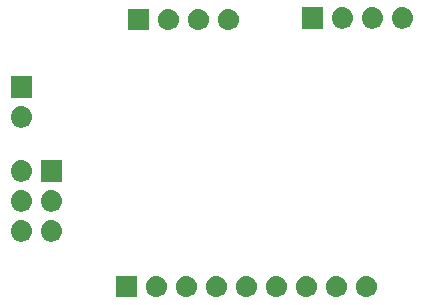
<source format=gbr>
G04 #@! TF.GenerationSoftware,KiCad,Pcbnew,(5.1.4)-1*
G04 #@! TF.CreationDate,2019-10-17T13:45:54+02:00*
G04 #@! TF.ProjectId,Project3_ArduinoClone,50726f6a-6563-4743-935f-41726475696e,v1*
G04 #@! TF.SameCoordinates,Original*
G04 #@! TF.FileFunction,Soldermask,Bot*
G04 #@! TF.FilePolarity,Negative*
%FSLAX46Y46*%
G04 Gerber Fmt 4.6, Leading zero omitted, Abs format (unit mm)*
G04 Created by KiCad (PCBNEW (5.1.4)-1) date 2019-10-17 13:45:54*
%MOMM*%
%LPD*%
G04 APERTURE LIST*
%ADD10C,0.100000*%
G04 APERTURE END LIST*
D10*
G36*
X91042442Y-143758518D02*
G01*
X91108627Y-143765037D01*
X91278466Y-143816557D01*
X91434991Y-143900222D01*
X91470729Y-143929552D01*
X91572186Y-144012814D01*
X91655448Y-144114271D01*
X91684778Y-144150009D01*
X91768443Y-144306534D01*
X91819963Y-144476373D01*
X91837359Y-144653000D01*
X91819963Y-144829627D01*
X91768443Y-144999466D01*
X91684778Y-145155991D01*
X91655448Y-145191729D01*
X91572186Y-145293186D01*
X91470729Y-145376448D01*
X91434991Y-145405778D01*
X91278466Y-145489443D01*
X91108627Y-145540963D01*
X91042443Y-145547481D01*
X90976260Y-145554000D01*
X90887740Y-145554000D01*
X90821557Y-145547481D01*
X90755373Y-145540963D01*
X90585534Y-145489443D01*
X90429009Y-145405778D01*
X90393271Y-145376448D01*
X90291814Y-145293186D01*
X90208552Y-145191729D01*
X90179222Y-145155991D01*
X90095557Y-144999466D01*
X90044037Y-144829627D01*
X90026641Y-144653000D01*
X90044037Y-144476373D01*
X90095557Y-144306534D01*
X90179222Y-144150009D01*
X90208552Y-144114271D01*
X90291814Y-144012814D01*
X90393271Y-143929552D01*
X90429009Y-143900222D01*
X90585534Y-143816557D01*
X90755373Y-143765037D01*
X90821558Y-143758518D01*
X90887740Y-143752000D01*
X90976260Y-143752000D01*
X91042442Y-143758518D01*
X91042442Y-143758518D01*
G37*
G36*
X89293000Y-145554000D02*
G01*
X87491000Y-145554000D01*
X87491000Y-143752000D01*
X89293000Y-143752000D01*
X89293000Y-145554000D01*
X89293000Y-145554000D01*
G37*
G36*
X93582442Y-143758518D02*
G01*
X93648627Y-143765037D01*
X93818466Y-143816557D01*
X93974991Y-143900222D01*
X94010729Y-143929552D01*
X94112186Y-144012814D01*
X94195448Y-144114271D01*
X94224778Y-144150009D01*
X94308443Y-144306534D01*
X94359963Y-144476373D01*
X94377359Y-144653000D01*
X94359963Y-144829627D01*
X94308443Y-144999466D01*
X94224778Y-145155991D01*
X94195448Y-145191729D01*
X94112186Y-145293186D01*
X94010729Y-145376448D01*
X93974991Y-145405778D01*
X93818466Y-145489443D01*
X93648627Y-145540963D01*
X93582443Y-145547481D01*
X93516260Y-145554000D01*
X93427740Y-145554000D01*
X93361557Y-145547481D01*
X93295373Y-145540963D01*
X93125534Y-145489443D01*
X92969009Y-145405778D01*
X92933271Y-145376448D01*
X92831814Y-145293186D01*
X92748552Y-145191729D01*
X92719222Y-145155991D01*
X92635557Y-144999466D01*
X92584037Y-144829627D01*
X92566641Y-144653000D01*
X92584037Y-144476373D01*
X92635557Y-144306534D01*
X92719222Y-144150009D01*
X92748552Y-144114271D01*
X92831814Y-144012814D01*
X92933271Y-143929552D01*
X92969009Y-143900222D01*
X93125534Y-143816557D01*
X93295373Y-143765037D01*
X93361558Y-143758518D01*
X93427740Y-143752000D01*
X93516260Y-143752000D01*
X93582442Y-143758518D01*
X93582442Y-143758518D01*
G37*
G36*
X96122442Y-143758518D02*
G01*
X96188627Y-143765037D01*
X96358466Y-143816557D01*
X96514991Y-143900222D01*
X96550729Y-143929552D01*
X96652186Y-144012814D01*
X96735448Y-144114271D01*
X96764778Y-144150009D01*
X96848443Y-144306534D01*
X96899963Y-144476373D01*
X96917359Y-144653000D01*
X96899963Y-144829627D01*
X96848443Y-144999466D01*
X96764778Y-145155991D01*
X96735448Y-145191729D01*
X96652186Y-145293186D01*
X96550729Y-145376448D01*
X96514991Y-145405778D01*
X96358466Y-145489443D01*
X96188627Y-145540963D01*
X96122443Y-145547481D01*
X96056260Y-145554000D01*
X95967740Y-145554000D01*
X95901557Y-145547481D01*
X95835373Y-145540963D01*
X95665534Y-145489443D01*
X95509009Y-145405778D01*
X95473271Y-145376448D01*
X95371814Y-145293186D01*
X95288552Y-145191729D01*
X95259222Y-145155991D01*
X95175557Y-144999466D01*
X95124037Y-144829627D01*
X95106641Y-144653000D01*
X95124037Y-144476373D01*
X95175557Y-144306534D01*
X95259222Y-144150009D01*
X95288552Y-144114271D01*
X95371814Y-144012814D01*
X95473271Y-143929552D01*
X95509009Y-143900222D01*
X95665534Y-143816557D01*
X95835373Y-143765037D01*
X95901558Y-143758518D01*
X95967740Y-143752000D01*
X96056260Y-143752000D01*
X96122442Y-143758518D01*
X96122442Y-143758518D01*
G37*
G36*
X98662442Y-143758518D02*
G01*
X98728627Y-143765037D01*
X98898466Y-143816557D01*
X99054991Y-143900222D01*
X99090729Y-143929552D01*
X99192186Y-144012814D01*
X99275448Y-144114271D01*
X99304778Y-144150009D01*
X99388443Y-144306534D01*
X99439963Y-144476373D01*
X99457359Y-144653000D01*
X99439963Y-144829627D01*
X99388443Y-144999466D01*
X99304778Y-145155991D01*
X99275448Y-145191729D01*
X99192186Y-145293186D01*
X99090729Y-145376448D01*
X99054991Y-145405778D01*
X98898466Y-145489443D01*
X98728627Y-145540963D01*
X98662443Y-145547481D01*
X98596260Y-145554000D01*
X98507740Y-145554000D01*
X98441557Y-145547481D01*
X98375373Y-145540963D01*
X98205534Y-145489443D01*
X98049009Y-145405778D01*
X98013271Y-145376448D01*
X97911814Y-145293186D01*
X97828552Y-145191729D01*
X97799222Y-145155991D01*
X97715557Y-144999466D01*
X97664037Y-144829627D01*
X97646641Y-144653000D01*
X97664037Y-144476373D01*
X97715557Y-144306534D01*
X97799222Y-144150009D01*
X97828552Y-144114271D01*
X97911814Y-144012814D01*
X98013271Y-143929552D01*
X98049009Y-143900222D01*
X98205534Y-143816557D01*
X98375373Y-143765037D01*
X98441558Y-143758518D01*
X98507740Y-143752000D01*
X98596260Y-143752000D01*
X98662442Y-143758518D01*
X98662442Y-143758518D01*
G37*
G36*
X101202442Y-143758518D02*
G01*
X101268627Y-143765037D01*
X101438466Y-143816557D01*
X101594991Y-143900222D01*
X101630729Y-143929552D01*
X101732186Y-144012814D01*
X101815448Y-144114271D01*
X101844778Y-144150009D01*
X101928443Y-144306534D01*
X101979963Y-144476373D01*
X101997359Y-144653000D01*
X101979963Y-144829627D01*
X101928443Y-144999466D01*
X101844778Y-145155991D01*
X101815448Y-145191729D01*
X101732186Y-145293186D01*
X101630729Y-145376448D01*
X101594991Y-145405778D01*
X101438466Y-145489443D01*
X101268627Y-145540963D01*
X101202443Y-145547481D01*
X101136260Y-145554000D01*
X101047740Y-145554000D01*
X100981557Y-145547481D01*
X100915373Y-145540963D01*
X100745534Y-145489443D01*
X100589009Y-145405778D01*
X100553271Y-145376448D01*
X100451814Y-145293186D01*
X100368552Y-145191729D01*
X100339222Y-145155991D01*
X100255557Y-144999466D01*
X100204037Y-144829627D01*
X100186641Y-144653000D01*
X100204037Y-144476373D01*
X100255557Y-144306534D01*
X100339222Y-144150009D01*
X100368552Y-144114271D01*
X100451814Y-144012814D01*
X100553271Y-143929552D01*
X100589009Y-143900222D01*
X100745534Y-143816557D01*
X100915373Y-143765037D01*
X100981558Y-143758518D01*
X101047740Y-143752000D01*
X101136260Y-143752000D01*
X101202442Y-143758518D01*
X101202442Y-143758518D01*
G37*
G36*
X108822442Y-143758518D02*
G01*
X108888627Y-143765037D01*
X109058466Y-143816557D01*
X109214991Y-143900222D01*
X109250729Y-143929552D01*
X109352186Y-144012814D01*
X109435448Y-144114271D01*
X109464778Y-144150009D01*
X109548443Y-144306534D01*
X109599963Y-144476373D01*
X109617359Y-144653000D01*
X109599963Y-144829627D01*
X109548443Y-144999466D01*
X109464778Y-145155991D01*
X109435448Y-145191729D01*
X109352186Y-145293186D01*
X109250729Y-145376448D01*
X109214991Y-145405778D01*
X109058466Y-145489443D01*
X108888627Y-145540963D01*
X108822443Y-145547481D01*
X108756260Y-145554000D01*
X108667740Y-145554000D01*
X108601557Y-145547481D01*
X108535373Y-145540963D01*
X108365534Y-145489443D01*
X108209009Y-145405778D01*
X108173271Y-145376448D01*
X108071814Y-145293186D01*
X107988552Y-145191729D01*
X107959222Y-145155991D01*
X107875557Y-144999466D01*
X107824037Y-144829627D01*
X107806641Y-144653000D01*
X107824037Y-144476373D01*
X107875557Y-144306534D01*
X107959222Y-144150009D01*
X107988552Y-144114271D01*
X108071814Y-144012814D01*
X108173271Y-143929552D01*
X108209009Y-143900222D01*
X108365534Y-143816557D01*
X108535373Y-143765037D01*
X108601558Y-143758518D01*
X108667740Y-143752000D01*
X108756260Y-143752000D01*
X108822442Y-143758518D01*
X108822442Y-143758518D01*
G37*
G36*
X103742442Y-143758518D02*
G01*
X103808627Y-143765037D01*
X103978466Y-143816557D01*
X104134991Y-143900222D01*
X104170729Y-143929552D01*
X104272186Y-144012814D01*
X104355448Y-144114271D01*
X104384778Y-144150009D01*
X104468443Y-144306534D01*
X104519963Y-144476373D01*
X104537359Y-144653000D01*
X104519963Y-144829627D01*
X104468443Y-144999466D01*
X104384778Y-145155991D01*
X104355448Y-145191729D01*
X104272186Y-145293186D01*
X104170729Y-145376448D01*
X104134991Y-145405778D01*
X103978466Y-145489443D01*
X103808627Y-145540963D01*
X103742443Y-145547481D01*
X103676260Y-145554000D01*
X103587740Y-145554000D01*
X103521557Y-145547481D01*
X103455373Y-145540963D01*
X103285534Y-145489443D01*
X103129009Y-145405778D01*
X103093271Y-145376448D01*
X102991814Y-145293186D01*
X102908552Y-145191729D01*
X102879222Y-145155991D01*
X102795557Y-144999466D01*
X102744037Y-144829627D01*
X102726641Y-144653000D01*
X102744037Y-144476373D01*
X102795557Y-144306534D01*
X102879222Y-144150009D01*
X102908552Y-144114271D01*
X102991814Y-144012814D01*
X103093271Y-143929552D01*
X103129009Y-143900222D01*
X103285534Y-143816557D01*
X103455373Y-143765037D01*
X103521558Y-143758518D01*
X103587740Y-143752000D01*
X103676260Y-143752000D01*
X103742442Y-143758518D01*
X103742442Y-143758518D01*
G37*
G36*
X106282442Y-143758518D02*
G01*
X106348627Y-143765037D01*
X106518466Y-143816557D01*
X106674991Y-143900222D01*
X106710729Y-143929552D01*
X106812186Y-144012814D01*
X106895448Y-144114271D01*
X106924778Y-144150009D01*
X107008443Y-144306534D01*
X107059963Y-144476373D01*
X107077359Y-144653000D01*
X107059963Y-144829627D01*
X107008443Y-144999466D01*
X106924778Y-145155991D01*
X106895448Y-145191729D01*
X106812186Y-145293186D01*
X106710729Y-145376448D01*
X106674991Y-145405778D01*
X106518466Y-145489443D01*
X106348627Y-145540963D01*
X106282443Y-145547481D01*
X106216260Y-145554000D01*
X106127740Y-145554000D01*
X106061557Y-145547481D01*
X105995373Y-145540963D01*
X105825534Y-145489443D01*
X105669009Y-145405778D01*
X105633271Y-145376448D01*
X105531814Y-145293186D01*
X105448552Y-145191729D01*
X105419222Y-145155991D01*
X105335557Y-144999466D01*
X105284037Y-144829627D01*
X105266641Y-144653000D01*
X105284037Y-144476373D01*
X105335557Y-144306534D01*
X105419222Y-144150009D01*
X105448552Y-144114271D01*
X105531814Y-144012814D01*
X105633271Y-143929552D01*
X105669009Y-143900222D01*
X105825534Y-143816557D01*
X105995373Y-143765037D01*
X106061558Y-143758518D01*
X106127740Y-143752000D01*
X106216260Y-143752000D01*
X106282442Y-143758518D01*
X106282442Y-143758518D01*
G37*
G36*
X79612442Y-139059518D02*
G01*
X79678627Y-139066037D01*
X79848466Y-139117557D01*
X80004991Y-139201222D01*
X80040729Y-139230552D01*
X80142186Y-139313814D01*
X80225448Y-139415271D01*
X80254778Y-139451009D01*
X80338443Y-139607534D01*
X80389963Y-139777373D01*
X80407359Y-139954000D01*
X80389963Y-140130627D01*
X80338443Y-140300466D01*
X80254778Y-140456991D01*
X80225448Y-140492729D01*
X80142186Y-140594186D01*
X80040729Y-140677448D01*
X80004991Y-140706778D01*
X79848466Y-140790443D01*
X79678627Y-140841963D01*
X79612443Y-140848481D01*
X79546260Y-140855000D01*
X79457740Y-140855000D01*
X79391557Y-140848481D01*
X79325373Y-140841963D01*
X79155534Y-140790443D01*
X78999009Y-140706778D01*
X78963271Y-140677448D01*
X78861814Y-140594186D01*
X78778552Y-140492729D01*
X78749222Y-140456991D01*
X78665557Y-140300466D01*
X78614037Y-140130627D01*
X78596641Y-139954000D01*
X78614037Y-139777373D01*
X78665557Y-139607534D01*
X78749222Y-139451009D01*
X78778552Y-139415271D01*
X78861814Y-139313814D01*
X78963271Y-139230552D01*
X78999009Y-139201222D01*
X79155534Y-139117557D01*
X79325373Y-139066037D01*
X79391558Y-139059518D01*
X79457740Y-139053000D01*
X79546260Y-139053000D01*
X79612442Y-139059518D01*
X79612442Y-139059518D01*
G37*
G36*
X82152442Y-139059518D02*
G01*
X82218627Y-139066037D01*
X82388466Y-139117557D01*
X82544991Y-139201222D01*
X82580729Y-139230552D01*
X82682186Y-139313814D01*
X82765448Y-139415271D01*
X82794778Y-139451009D01*
X82878443Y-139607534D01*
X82929963Y-139777373D01*
X82947359Y-139954000D01*
X82929963Y-140130627D01*
X82878443Y-140300466D01*
X82794778Y-140456991D01*
X82765448Y-140492729D01*
X82682186Y-140594186D01*
X82580729Y-140677448D01*
X82544991Y-140706778D01*
X82388466Y-140790443D01*
X82218627Y-140841963D01*
X82152443Y-140848481D01*
X82086260Y-140855000D01*
X81997740Y-140855000D01*
X81931557Y-140848481D01*
X81865373Y-140841963D01*
X81695534Y-140790443D01*
X81539009Y-140706778D01*
X81503271Y-140677448D01*
X81401814Y-140594186D01*
X81318552Y-140492729D01*
X81289222Y-140456991D01*
X81205557Y-140300466D01*
X81154037Y-140130627D01*
X81136641Y-139954000D01*
X81154037Y-139777373D01*
X81205557Y-139607534D01*
X81289222Y-139451009D01*
X81318552Y-139415271D01*
X81401814Y-139313814D01*
X81503271Y-139230552D01*
X81539009Y-139201222D01*
X81695534Y-139117557D01*
X81865373Y-139066037D01*
X81931558Y-139059518D01*
X81997740Y-139053000D01*
X82086260Y-139053000D01*
X82152442Y-139059518D01*
X82152442Y-139059518D01*
G37*
G36*
X82152442Y-136519518D02*
G01*
X82218627Y-136526037D01*
X82388466Y-136577557D01*
X82544991Y-136661222D01*
X82580729Y-136690552D01*
X82682186Y-136773814D01*
X82765448Y-136875271D01*
X82794778Y-136911009D01*
X82878443Y-137067534D01*
X82929963Y-137237373D01*
X82947359Y-137414000D01*
X82929963Y-137590627D01*
X82878443Y-137760466D01*
X82794778Y-137916991D01*
X82765448Y-137952729D01*
X82682186Y-138054186D01*
X82580729Y-138137448D01*
X82544991Y-138166778D01*
X82388466Y-138250443D01*
X82218627Y-138301963D01*
X82152442Y-138308482D01*
X82086260Y-138315000D01*
X81997740Y-138315000D01*
X81931558Y-138308482D01*
X81865373Y-138301963D01*
X81695534Y-138250443D01*
X81539009Y-138166778D01*
X81503271Y-138137448D01*
X81401814Y-138054186D01*
X81318552Y-137952729D01*
X81289222Y-137916991D01*
X81205557Y-137760466D01*
X81154037Y-137590627D01*
X81136641Y-137414000D01*
X81154037Y-137237373D01*
X81205557Y-137067534D01*
X81289222Y-136911009D01*
X81318552Y-136875271D01*
X81401814Y-136773814D01*
X81503271Y-136690552D01*
X81539009Y-136661222D01*
X81695534Y-136577557D01*
X81865373Y-136526037D01*
X81931558Y-136519518D01*
X81997740Y-136513000D01*
X82086260Y-136513000D01*
X82152442Y-136519518D01*
X82152442Y-136519518D01*
G37*
G36*
X79612442Y-136519518D02*
G01*
X79678627Y-136526037D01*
X79848466Y-136577557D01*
X80004991Y-136661222D01*
X80040729Y-136690552D01*
X80142186Y-136773814D01*
X80225448Y-136875271D01*
X80254778Y-136911009D01*
X80338443Y-137067534D01*
X80389963Y-137237373D01*
X80407359Y-137414000D01*
X80389963Y-137590627D01*
X80338443Y-137760466D01*
X80254778Y-137916991D01*
X80225448Y-137952729D01*
X80142186Y-138054186D01*
X80040729Y-138137448D01*
X80004991Y-138166778D01*
X79848466Y-138250443D01*
X79678627Y-138301963D01*
X79612442Y-138308482D01*
X79546260Y-138315000D01*
X79457740Y-138315000D01*
X79391558Y-138308482D01*
X79325373Y-138301963D01*
X79155534Y-138250443D01*
X78999009Y-138166778D01*
X78963271Y-138137448D01*
X78861814Y-138054186D01*
X78778552Y-137952729D01*
X78749222Y-137916991D01*
X78665557Y-137760466D01*
X78614037Y-137590627D01*
X78596641Y-137414000D01*
X78614037Y-137237373D01*
X78665557Y-137067534D01*
X78749222Y-136911009D01*
X78778552Y-136875271D01*
X78861814Y-136773814D01*
X78963271Y-136690552D01*
X78999009Y-136661222D01*
X79155534Y-136577557D01*
X79325373Y-136526037D01*
X79391558Y-136519518D01*
X79457740Y-136513000D01*
X79546260Y-136513000D01*
X79612442Y-136519518D01*
X79612442Y-136519518D01*
G37*
G36*
X82943000Y-135775000D02*
G01*
X81141000Y-135775000D01*
X81141000Y-133973000D01*
X82943000Y-133973000D01*
X82943000Y-135775000D01*
X82943000Y-135775000D01*
G37*
G36*
X79612443Y-133979519D02*
G01*
X79678627Y-133986037D01*
X79848466Y-134037557D01*
X80004991Y-134121222D01*
X80040729Y-134150552D01*
X80142186Y-134233814D01*
X80225448Y-134335271D01*
X80254778Y-134371009D01*
X80338443Y-134527534D01*
X80389963Y-134697373D01*
X80407359Y-134874000D01*
X80389963Y-135050627D01*
X80338443Y-135220466D01*
X80254778Y-135376991D01*
X80225448Y-135412729D01*
X80142186Y-135514186D01*
X80040729Y-135597448D01*
X80004991Y-135626778D01*
X79848466Y-135710443D01*
X79678627Y-135761963D01*
X79612442Y-135768482D01*
X79546260Y-135775000D01*
X79457740Y-135775000D01*
X79391558Y-135768482D01*
X79325373Y-135761963D01*
X79155534Y-135710443D01*
X78999009Y-135626778D01*
X78963271Y-135597448D01*
X78861814Y-135514186D01*
X78778552Y-135412729D01*
X78749222Y-135376991D01*
X78665557Y-135220466D01*
X78614037Y-135050627D01*
X78596641Y-134874000D01*
X78614037Y-134697373D01*
X78665557Y-134527534D01*
X78749222Y-134371009D01*
X78778552Y-134335271D01*
X78861814Y-134233814D01*
X78963271Y-134150552D01*
X78999009Y-134121222D01*
X79155534Y-134037557D01*
X79325373Y-133986037D01*
X79391557Y-133979519D01*
X79457740Y-133973000D01*
X79546260Y-133973000D01*
X79612443Y-133979519D01*
X79612443Y-133979519D01*
G37*
G36*
X79612443Y-129407519D02*
G01*
X79678627Y-129414037D01*
X79848466Y-129465557D01*
X80004991Y-129549222D01*
X80040729Y-129578552D01*
X80142186Y-129661814D01*
X80225448Y-129763271D01*
X80254778Y-129799009D01*
X80338443Y-129955534D01*
X80389963Y-130125373D01*
X80407359Y-130302000D01*
X80389963Y-130478627D01*
X80338443Y-130648466D01*
X80254778Y-130804991D01*
X80225448Y-130840729D01*
X80142186Y-130942186D01*
X80040729Y-131025448D01*
X80004991Y-131054778D01*
X79848466Y-131138443D01*
X79678627Y-131189963D01*
X79612442Y-131196482D01*
X79546260Y-131203000D01*
X79457740Y-131203000D01*
X79391558Y-131196482D01*
X79325373Y-131189963D01*
X79155534Y-131138443D01*
X78999009Y-131054778D01*
X78963271Y-131025448D01*
X78861814Y-130942186D01*
X78778552Y-130840729D01*
X78749222Y-130804991D01*
X78665557Y-130648466D01*
X78614037Y-130478627D01*
X78596641Y-130302000D01*
X78614037Y-130125373D01*
X78665557Y-129955534D01*
X78749222Y-129799009D01*
X78778552Y-129763271D01*
X78861814Y-129661814D01*
X78963271Y-129578552D01*
X78999009Y-129549222D01*
X79155534Y-129465557D01*
X79325373Y-129414037D01*
X79391557Y-129407519D01*
X79457740Y-129401000D01*
X79546260Y-129401000D01*
X79612443Y-129407519D01*
X79612443Y-129407519D01*
G37*
G36*
X80403000Y-128663000D02*
G01*
X78601000Y-128663000D01*
X78601000Y-126861000D01*
X80403000Y-126861000D01*
X80403000Y-128663000D01*
X80403000Y-128663000D01*
G37*
G36*
X90309000Y-122948000D02*
G01*
X88507000Y-122948000D01*
X88507000Y-121146000D01*
X90309000Y-121146000D01*
X90309000Y-122948000D01*
X90309000Y-122948000D01*
G37*
G36*
X92058443Y-121152519D02*
G01*
X92124627Y-121159037D01*
X92294466Y-121210557D01*
X92450991Y-121294222D01*
X92486729Y-121323552D01*
X92588186Y-121406814D01*
X92671448Y-121508271D01*
X92700778Y-121544009D01*
X92784443Y-121700534D01*
X92835963Y-121870373D01*
X92853359Y-122047000D01*
X92835963Y-122223627D01*
X92784443Y-122393466D01*
X92700778Y-122549991D01*
X92692411Y-122560186D01*
X92588186Y-122687186D01*
X92486729Y-122770448D01*
X92450991Y-122799778D01*
X92294466Y-122883443D01*
X92124627Y-122934963D01*
X92058442Y-122941482D01*
X91992260Y-122948000D01*
X91903740Y-122948000D01*
X91837558Y-122941482D01*
X91771373Y-122934963D01*
X91601534Y-122883443D01*
X91445009Y-122799778D01*
X91409271Y-122770448D01*
X91307814Y-122687186D01*
X91203589Y-122560186D01*
X91195222Y-122549991D01*
X91111557Y-122393466D01*
X91060037Y-122223627D01*
X91042641Y-122047000D01*
X91060037Y-121870373D01*
X91111557Y-121700534D01*
X91195222Y-121544009D01*
X91224552Y-121508271D01*
X91307814Y-121406814D01*
X91409271Y-121323552D01*
X91445009Y-121294222D01*
X91601534Y-121210557D01*
X91771373Y-121159037D01*
X91837557Y-121152519D01*
X91903740Y-121146000D01*
X91992260Y-121146000D01*
X92058443Y-121152519D01*
X92058443Y-121152519D01*
G37*
G36*
X94598443Y-121152519D02*
G01*
X94664627Y-121159037D01*
X94834466Y-121210557D01*
X94990991Y-121294222D01*
X95026729Y-121323552D01*
X95128186Y-121406814D01*
X95211448Y-121508271D01*
X95240778Y-121544009D01*
X95324443Y-121700534D01*
X95375963Y-121870373D01*
X95393359Y-122047000D01*
X95375963Y-122223627D01*
X95324443Y-122393466D01*
X95240778Y-122549991D01*
X95232411Y-122560186D01*
X95128186Y-122687186D01*
X95026729Y-122770448D01*
X94990991Y-122799778D01*
X94834466Y-122883443D01*
X94664627Y-122934963D01*
X94598442Y-122941482D01*
X94532260Y-122948000D01*
X94443740Y-122948000D01*
X94377558Y-122941482D01*
X94311373Y-122934963D01*
X94141534Y-122883443D01*
X93985009Y-122799778D01*
X93949271Y-122770448D01*
X93847814Y-122687186D01*
X93743589Y-122560186D01*
X93735222Y-122549991D01*
X93651557Y-122393466D01*
X93600037Y-122223627D01*
X93582641Y-122047000D01*
X93600037Y-121870373D01*
X93651557Y-121700534D01*
X93735222Y-121544009D01*
X93764552Y-121508271D01*
X93847814Y-121406814D01*
X93949271Y-121323552D01*
X93985009Y-121294222D01*
X94141534Y-121210557D01*
X94311373Y-121159037D01*
X94377557Y-121152519D01*
X94443740Y-121146000D01*
X94532260Y-121146000D01*
X94598443Y-121152519D01*
X94598443Y-121152519D01*
G37*
G36*
X97138443Y-121152519D02*
G01*
X97204627Y-121159037D01*
X97374466Y-121210557D01*
X97530991Y-121294222D01*
X97566729Y-121323552D01*
X97668186Y-121406814D01*
X97751448Y-121508271D01*
X97780778Y-121544009D01*
X97864443Y-121700534D01*
X97915963Y-121870373D01*
X97933359Y-122047000D01*
X97915963Y-122223627D01*
X97864443Y-122393466D01*
X97780778Y-122549991D01*
X97772411Y-122560186D01*
X97668186Y-122687186D01*
X97566729Y-122770448D01*
X97530991Y-122799778D01*
X97374466Y-122883443D01*
X97204627Y-122934963D01*
X97138442Y-122941482D01*
X97072260Y-122948000D01*
X96983740Y-122948000D01*
X96917558Y-122941482D01*
X96851373Y-122934963D01*
X96681534Y-122883443D01*
X96525009Y-122799778D01*
X96489271Y-122770448D01*
X96387814Y-122687186D01*
X96283589Y-122560186D01*
X96275222Y-122549991D01*
X96191557Y-122393466D01*
X96140037Y-122223627D01*
X96122641Y-122047000D01*
X96140037Y-121870373D01*
X96191557Y-121700534D01*
X96275222Y-121544009D01*
X96304552Y-121508271D01*
X96387814Y-121406814D01*
X96489271Y-121323552D01*
X96525009Y-121294222D01*
X96681534Y-121210557D01*
X96851373Y-121159037D01*
X96917557Y-121152519D01*
X96983740Y-121146000D01*
X97072260Y-121146000D01*
X97138443Y-121152519D01*
X97138443Y-121152519D01*
G37*
G36*
X111870442Y-121025518D02*
G01*
X111936627Y-121032037D01*
X112106466Y-121083557D01*
X112262991Y-121167222D01*
X112298729Y-121196552D01*
X112400186Y-121279814D01*
X112483448Y-121381271D01*
X112512778Y-121417009D01*
X112596443Y-121573534D01*
X112647963Y-121743373D01*
X112665359Y-121920000D01*
X112647963Y-122096627D01*
X112596443Y-122266466D01*
X112512778Y-122422991D01*
X112483448Y-122458729D01*
X112400186Y-122560186D01*
X112298729Y-122643448D01*
X112262991Y-122672778D01*
X112106466Y-122756443D01*
X111936627Y-122807963D01*
X111870443Y-122814481D01*
X111804260Y-122821000D01*
X111715740Y-122821000D01*
X111649557Y-122814481D01*
X111583373Y-122807963D01*
X111413534Y-122756443D01*
X111257009Y-122672778D01*
X111221271Y-122643448D01*
X111119814Y-122560186D01*
X111036552Y-122458729D01*
X111007222Y-122422991D01*
X110923557Y-122266466D01*
X110872037Y-122096627D01*
X110854641Y-121920000D01*
X110872037Y-121743373D01*
X110923557Y-121573534D01*
X111007222Y-121417009D01*
X111036552Y-121381271D01*
X111119814Y-121279814D01*
X111221271Y-121196552D01*
X111257009Y-121167222D01*
X111413534Y-121083557D01*
X111583373Y-121032037D01*
X111649558Y-121025518D01*
X111715740Y-121019000D01*
X111804260Y-121019000D01*
X111870442Y-121025518D01*
X111870442Y-121025518D01*
G37*
G36*
X109330442Y-121025518D02*
G01*
X109396627Y-121032037D01*
X109566466Y-121083557D01*
X109722991Y-121167222D01*
X109758729Y-121196552D01*
X109860186Y-121279814D01*
X109943448Y-121381271D01*
X109972778Y-121417009D01*
X110056443Y-121573534D01*
X110107963Y-121743373D01*
X110125359Y-121920000D01*
X110107963Y-122096627D01*
X110056443Y-122266466D01*
X109972778Y-122422991D01*
X109943448Y-122458729D01*
X109860186Y-122560186D01*
X109758729Y-122643448D01*
X109722991Y-122672778D01*
X109566466Y-122756443D01*
X109396627Y-122807963D01*
X109330443Y-122814481D01*
X109264260Y-122821000D01*
X109175740Y-122821000D01*
X109109557Y-122814481D01*
X109043373Y-122807963D01*
X108873534Y-122756443D01*
X108717009Y-122672778D01*
X108681271Y-122643448D01*
X108579814Y-122560186D01*
X108496552Y-122458729D01*
X108467222Y-122422991D01*
X108383557Y-122266466D01*
X108332037Y-122096627D01*
X108314641Y-121920000D01*
X108332037Y-121743373D01*
X108383557Y-121573534D01*
X108467222Y-121417009D01*
X108496552Y-121381271D01*
X108579814Y-121279814D01*
X108681271Y-121196552D01*
X108717009Y-121167222D01*
X108873534Y-121083557D01*
X109043373Y-121032037D01*
X109109558Y-121025518D01*
X109175740Y-121019000D01*
X109264260Y-121019000D01*
X109330442Y-121025518D01*
X109330442Y-121025518D01*
G37*
G36*
X106790442Y-121025518D02*
G01*
X106856627Y-121032037D01*
X107026466Y-121083557D01*
X107182991Y-121167222D01*
X107218729Y-121196552D01*
X107320186Y-121279814D01*
X107403448Y-121381271D01*
X107432778Y-121417009D01*
X107516443Y-121573534D01*
X107567963Y-121743373D01*
X107585359Y-121920000D01*
X107567963Y-122096627D01*
X107516443Y-122266466D01*
X107432778Y-122422991D01*
X107403448Y-122458729D01*
X107320186Y-122560186D01*
X107218729Y-122643448D01*
X107182991Y-122672778D01*
X107026466Y-122756443D01*
X106856627Y-122807963D01*
X106790443Y-122814481D01*
X106724260Y-122821000D01*
X106635740Y-122821000D01*
X106569557Y-122814481D01*
X106503373Y-122807963D01*
X106333534Y-122756443D01*
X106177009Y-122672778D01*
X106141271Y-122643448D01*
X106039814Y-122560186D01*
X105956552Y-122458729D01*
X105927222Y-122422991D01*
X105843557Y-122266466D01*
X105792037Y-122096627D01*
X105774641Y-121920000D01*
X105792037Y-121743373D01*
X105843557Y-121573534D01*
X105927222Y-121417009D01*
X105956552Y-121381271D01*
X106039814Y-121279814D01*
X106141271Y-121196552D01*
X106177009Y-121167222D01*
X106333534Y-121083557D01*
X106503373Y-121032037D01*
X106569558Y-121025518D01*
X106635740Y-121019000D01*
X106724260Y-121019000D01*
X106790442Y-121025518D01*
X106790442Y-121025518D01*
G37*
G36*
X105041000Y-122821000D02*
G01*
X103239000Y-122821000D01*
X103239000Y-121019000D01*
X105041000Y-121019000D01*
X105041000Y-122821000D01*
X105041000Y-122821000D01*
G37*
M02*

</source>
